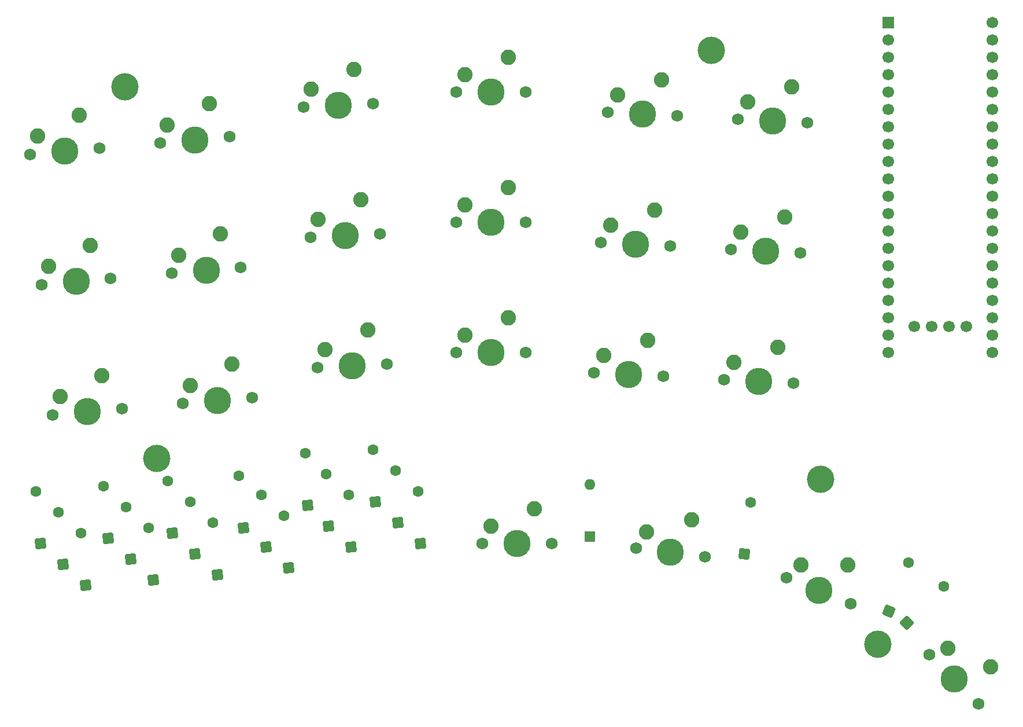
<source format=gbs>
%TF.GenerationSoftware,KiCad,Pcbnew,5.99.0-unknown-47cb7f53fd~143~ubuntu20.04.1*%
%TF.CreationDate,2021-11-19T15:51:58+01:00*%
%TF.ProjectId,rad-pad,7261642d-7061-4642-9e6b-696361645f70,rev?*%
%TF.SameCoordinates,Original*%
%TF.FileFunction,Soldermask,Bot*%
%TF.FilePolarity,Negative*%
%FSLAX46Y46*%
G04 Gerber Fmt 4.6, Leading zero omitted, Abs format (unit mm)*
G04 Created by KiCad (PCBNEW 5.99.0-unknown-47cb7f53fd~143~ubuntu20.04.1) date 2021-11-19 15:51:58*
%MOMM*%
%LPD*%
G01*
G04 APERTURE LIST*
G04 Aperture macros list*
%AMRoundRect*
0 Rectangle with rounded corners*
0 $1 Rounding radius*
0 $2 $3 $4 $5 $6 $7 $8 $9 X,Y pos of 4 corners*
0 Add a 4 corners polygon primitive as box body*
4,1,4,$2,$3,$4,$5,$6,$7,$8,$9,$2,$3,0*
0 Add four circle primitives for the rounded corners*
1,1,$1+$1,$2,$3*
1,1,$1+$1,$4,$5*
1,1,$1+$1,$6,$7*
1,1,$1+$1,$8,$9*
0 Add four rect primitives between the rounded corners*
20,1,$1+$1,$2,$3,$4,$5,0*
20,1,$1+$1,$4,$5,$6,$7,0*
20,1,$1+$1,$6,$7,$8,$9,0*
20,1,$1+$1,$8,$9,$2,$3,0*%
%AMHorizOval*
0 Thick line with rounded ends*
0 $1 width*
0 $2 $3 position (X,Y) of the first rounded end (center of the circle)*
0 $4 $5 position (X,Y) of the second rounded end (center of the circle)*
0 Add line between two ends*
20,1,$1,$2,$3,$4,$5,0*
0 Add two circle primitives to create the rounded ends*
1,1,$1,$2,$3*
1,1,$1,$4,$5*%
G04 Aperture macros list end*
%ADD10C,3.987800*%
%ADD11C,1.750000*%
%ADD12C,2.250000*%
%ADD13RoundRect,0.160000X0.693344X-0.581785X0.581785X0.693344X-0.693344X0.581785X-0.581785X-0.693344X0*%
%ADD14HorizOval,1.600000X0.000000X0.000000X0.000000X0.000000X0*%
%ADD15C,4.000000*%
%ADD16RoundRect,0.160000X0.353649X-0.833146X0.833146X0.353649X-0.353649X0.833146X-0.833146X-0.353649X0*%
%ADD17HorizOval,1.600000X0.000000X0.000000X0.000000X0.000000X0*%
%ADD18RoundRect,0.160000X0.672618X-0.605628X0.605628X0.672618X-0.672618X0.605628X-0.605628X-0.672618X0*%
%ADD19HorizOval,1.600000X0.000000X0.000000X0.000000X0.000000X0*%
%ADD20RoundRect,0.160000X0.640000X-0.640000X0.640000X0.640000X-0.640000X0.640000X-0.640000X-0.640000X0*%
%ADD21O,1.600000X1.600000*%
%ADD22RoundRect,0.160000X0.557233X-0.713226X0.713226X0.557233X-0.557233X0.713226X-0.713226X-0.557233X0*%
%ADD23HorizOval,1.600000X0.000000X0.000000X0.000000X0.000000X0*%
%ADD24R,1.700000X1.700000*%
%ADD25C,1.700000*%
%ADD26RoundRect,0.160000X0.000000X-0.905097X0.905097X0.000000X0.000000X0.905097X-0.905097X0.000000X0*%
%ADD27HorizOval,1.600000X0.000000X0.000000X0.000000X0.000000X0*%
G04 APERTURE END LIST*
D10*
%TO.C,SW6*%
X86995000Y-106045000D03*
D11*
X81934331Y-106487751D03*
X92055669Y-105602249D03*
D12*
X82978123Y-103846729D03*
X89082583Y-100762955D03*
%TD*%
D11*
%TO.C,SW7*%
X109721038Y-62599133D03*
D10*
X104648000Y-62865000D03*
D11*
X99574962Y-63130867D03*
D12*
X100710288Y-60527881D03*
X106918652Y-57659029D03*
%TD*%
D13*
%TO.C,D11*%
X90756063Y-124699502D03*
D14*
X90091937Y-117108498D03*
%TD*%
D13*
%TO.C,D4*%
X70944063Y-126223502D03*
D14*
X70279937Y-118632498D03*
%TD*%
D13*
%TO.C,D13*%
X97360063Y-130541502D03*
D14*
X96695937Y-122950498D03*
%TD*%
D13*
%TO.C,D6*%
X77548063Y-132319502D03*
D14*
X76883937Y-124728498D03*
%TD*%
D11*
%TO.C,SW1*%
X59582331Y-70038751D03*
X69703669Y-69153249D03*
D10*
X64643000Y-69596000D03*
D12*
X60626123Y-67397729D03*
X66730583Y-64313955D03*
%TD*%
D15*
%TO.C,H5*%
X183642000Y-141732000D03*
%TD*%
%TO.C,H2*%
X159258000Y-54864000D03*
%TD*%
D13*
%TO.C,D7*%
X80342063Y-125461502D03*
D14*
X79677937Y-117870498D03*
%TD*%
D16*
%TO.C,D18*%
X185262749Y-136859140D03*
D17*
X188117251Y-129794000D03*
%TD*%
D11*
%TO.C,SW13*%
X132080000Y-99060000D03*
D10*
X127000000Y-99060000D03*
D11*
X121920000Y-99060000D03*
D12*
X123190000Y-96520000D03*
X129540000Y-93980000D03*
%TD*%
D18*
%TO.C,D19*%
X110126800Y-120893558D03*
D19*
X109728000Y-113284000D03*
%TD*%
D13*
%TO.C,D12*%
X94058063Y-127493502D03*
D14*
X93393937Y-119902498D03*
%TD*%
D11*
%TO.C,SW18*%
X170295906Y-131954999D03*
D10*
X175006000Y-133858000D03*
D11*
X179716094Y-135761001D03*
D12*
X172424930Y-130075702D03*
X179264048Y-130099407D03*
%TD*%
D18*
%TO.C,D21*%
X116730800Y-126989558D03*
D19*
X116332000Y-119380000D03*
%TD*%
D10*
%TO.C,SW8*%
X105664000Y-81915000D03*
D11*
X100590962Y-82180867D03*
X110737038Y-81649133D03*
D12*
X101726288Y-79577881D03*
X107934652Y-76709029D03*
%TD*%
D20*
%TO.C,D10*%
X141478000Y-125984000D03*
D21*
X141478000Y-118364000D03*
%TD*%
D10*
%TO.C,SW17*%
X147193000Y-102235000D03*
D11*
X142119962Y-101969133D03*
X152266038Y-102500867D03*
D12*
X143521155Y-99499081D03*
X149995386Y-97294895D03*
%TD*%
D11*
%TO.C,SW5*%
X90404669Y-86552249D03*
X80283331Y-87437751D03*
D10*
X85344000Y-86995000D03*
D12*
X81327123Y-84796729D03*
X87431583Y-81712955D03*
%TD*%
D15*
%TO.C,H6*%
X78105000Y-114554000D03*
%TD*%
D10*
%TO.C,SW14*%
X153289000Y-128270000D03*
D11*
X158331134Y-128889096D03*
X148246866Y-127650904D03*
D12*
X149816947Y-125284611D03*
X156429163Y-123537414D03*
%TD*%
D11*
%TO.C,SW21*%
X171316038Y-103516867D03*
X161169962Y-102985133D03*
D10*
X166243000Y-103251000D03*
D12*
X162571155Y-100515081D03*
X169045386Y-98310895D03*
%TD*%
D13*
%TO.C,D2*%
X64340063Y-130033502D03*
D14*
X63675937Y-122442498D03*
%TD*%
D11*
%TO.C,SW11*%
X132080000Y-60960000D03*
X121920000Y-60960000D03*
D10*
X127000000Y-60960000D03*
D12*
X123190000Y-58420000D03*
X129540000Y-55880000D03*
%TD*%
D10*
%TO.C,SW12*%
X127000000Y-80010000D03*
D11*
X132080000Y-80010000D03*
X121920000Y-80010000D03*
D12*
X123190000Y-77470000D03*
X129540000Y-74930000D03*
%TD*%
D10*
%TO.C,SW19*%
X168275000Y-65151000D03*
D11*
X163201962Y-64885133D03*
X173348038Y-65416867D03*
D12*
X164603155Y-62415081D03*
X171077386Y-60210895D03*
%TD*%
D13*
%TO.C,D8*%
X83644063Y-128509502D03*
D14*
X82979937Y-120918498D03*
%TD*%
D10*
%TO.C,SW9*%
X106680000Y-100965000D03*
D11*
X101606962Y-101230867D03*
X111753038Y-100699133D03*
D12*
X102742288Y-98627881D03*
X108950652Y-95759029D03*
%TD*%
D22*
%TO.C,D14*%
X164127678Y-128495601D03*
D23*
X165056322Y-120932399D03*
%TD*%
D13*
%TO.C,D5*%
X74246063Y-129271502D03*
D14*
X73581937Y-121680498D03*
%TD*%
D13*
%TO.C,D1*%
X61038063Y-126985502D03*
D14*
X60373937Y-119394498D03*
%TD*%
D11*
%TO.C,SW2*%
X61233331Y-89088751D03*
D10*
X66294000Y-88646000D03*
D11*
X71354669Y-88203249D03*
D12*
X62277123Y-86447729D03*
X68381583Y-83363955D03*
%TD*%
D18*
%TO.C,D16*%
X103268800Y-124449558D03*
D19*
X102870000Y-116840000D03*
%TD*%
D15*
%TO.C,H4*%
X175260000Y-117602000D03*
%TD*%
D13*
%TO.C,D3*%
X67642063Y-133081502D03*
D14*
X66977937Y-125490498D03*
%TD*%
D18*
%TO.C,D15*%
X100220800Y-121401558D03*
D19*
X99822000Y-113792000D03*
%TD*%
D24*
%TO.C,U2*%
X185166000Y-50800000D03*
D25*
X185166000Y-53340000D03*
X185166000Y-55880000D03*
X185166000Y-58420000D03*
X185166000Y-60960000D03*
X185166000Y-63500000D03*
X185166000Y-66040000D03*
X185166000Y-68580000D03*
X185166000Y-71120000D03*
X185166000Y-73660000D03*
X185166000Y-76200000D03*
X185166000Y-78740000D03*
X185166000Y-81280000D03*
X185166000Y-83820000D03*
X185166000Y-86360000D03*
X185166000Y-88900000D03*
X185166000Y-91440000D03*
X185166000Y-93980000D03*
X185166000Y-96520000D03*
X185166000Y-99060000D03*
X200406000Y-99060000D03*
X200406000Y-96520000D03*
X200406000Y-93980000D03*
X200406000Y-91440000D03*
X200406000Y-88900000D03*
X200406000Y-86360000D03*
X200406000Y-83820000D03*
X200406000Y-81280000D03*
X200406000Y-78740000D03*
X200406000Y-76200000D03*
X200406000Y-73660000D03*
X200406000Y-71120000D03*
X200406000Y-68580000D03*
X200406000Y-66040000D03*
X200406000Y-63500000D03*
X200406000Y-60960000D03*
X200406000Y-58420000D03*
X200406000Y-55880000D03*
X200406000Y-53340000D03*
X200406000Y-50800000D03*
X196598000Y-95249000D03*
X194058000Y-95249000D03*
X191518000Y-95249000D03*
X188978000Y-95249000D03*
%TD*%
D11*
%TO.C,SW10*%
X135890000Y-127000000D03*
D10*
X130810000Y-127000000D03*
D11*
X125730000Y-127000000D03*
D12*
X127000000Y-124460000D03*
X133350000Y-121920000D03*
%TD*%
D11*
%TO.C,SW22*%
X198410102Y-150404102D03*
D10*
X194818000Y-146812000D03*
D11*
X191225898Y-143219898D03*
D12*
X193919974Y-142321872D03*
X200206154Y-145015949D03*
%TD*%
D11*
%TO.C,SW16*%
X143135962Y-82919133D03*
D10*
X148209000Y-83185000D03*
D11*
X153282038Y-83450867D03*
D12*
X144537155Y-80449081D03*
X151011386Y-78244895D03*
%TD*%
D13*
%TO.C,D9*%
X86946063Y-131557502D03*
D14*
X86281937Y-123966498D03*
%TD*%
D15*
%TO.C,H1*%
X73406000Y-60198000D03*
%TD*%
D11*
%TO.C,SW20*%
X162185962Y-83935133D03*
D10*
X167259000Y-84201000D03*
D11*
X172332038Y-84466867D03*
D12*
X163587155Y-81465081D03*
X170061386Y-79260895D03*
%TD*%
D11*
%TO.C,SW15*%
X144151962Y-63869133D03*
X154298038Y-64400867D03*
D10*
X149225000Y-64135000D03*
D12*
X145553155Y-61399081D03*
X152027386Y-59194895D03*
%TD*%
D26*
%TO.C,D22*%
X187932923Y-138611154D03*
D27*
X193321077Y-133223000D03*
%TD*%
D11*
%TO.C,SW4*%
X88728269Y-67476849D03*
D10*
X83667600Y-67919600D03*
D11*
X78606931Y-68362351D03*
D12*
X79650723Y-65721329D03*
X85755183Y-62637555D03*
%TD*%
D18*
%TO.C,D20*%
X113428800Y-123941558D03*
D19*
X113030000Y-116332000D03*
%TD*%
D10*
%TO.C,SW3*%
X67945000Y-107696000D03*
D11*
X73005669Y-107253249D03*
X62884331Y-108138751D03*
D12*
X63928123Y-105497729D03*
X70032583Y-102413955D03*
%TD*%
D18*
%TO.C,D17*%
X106570800Y-127497558D03*
D19*
X106172000Y-119888000D03*
%TD*%
M02*

</source>
